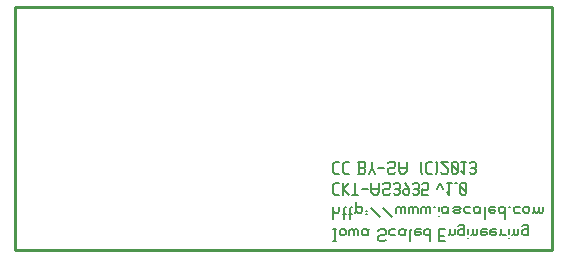
<source format=gbr>
G04 start of page 9 for group -4078 idx -4078 *
G04 Title: (unknown), bottomsilk *
G04 Creator: pcb 20110918 *
G04 CreationDate: Sun 25 Aug 2013 09:43:08 PM GMT UTC *
G04 For: ndholmes *
G04 Format: Gerber/RS-274X *
G04 PCB-Dimensions: 180000 82000 *
G04 PCB-Coordinate-Origin: lower left *
%MOIN*%
%FSLAX25Y25*%
%LNBOTTOMSILK*%
%ADD57C,0.0080*%
%ADD56C,0.0100*%
G54D56*X500Y500D02*Y81500D01*
X179500D01*
Y500D01*
X1000D01*
X500Y1000D01*
G54D57*X106500Y3500D02*X107500D01*
X107000D02*Y7500D01*
X106500D02*X107500D01*
X108700Y6000D02*Y7000D01*
Y6000D02*X109200Y5500D01*
X110200D01*
X110700Y6000D01*
Y7000D01*
X110200Y7500D02*X110700Y7000D01*
X109200Y7500D02*X110200D01*
X108700Y7000D02*X109200Y7500D01*
X111900Y5500D02*Y7000D01*
X112400Y7500D01*
X112900D01*
X113400Y7000D01*
Y5500D02*Y7000D01*
X113900Y7500D01*
X114400D01*
X114900Y7000D01*
Y5500D02*Y7000D01*
X117600Y5500D02*X118100Y6000D01*
X116600Y5500D02*X117600D01*
X116100Y6000D02*X116600Y5500D01*
X116100Y6000D02*Y7000D01*
X116600Y7500D01*
X118100Y5500D02*Y7000D01*
X118600Y7500D01*
X116600D02*X117600D01*
X118100Y7000D01*
X123600Y3500D02*X124100Y4000D01*
X122100Y3500D02*X123600D01*
X121600Y4000D02*X122100Y3500D01*
X121600Y4000D02*Y5000D01*
X122100Y5500D01*
X123600D01*
X124100Y6000D01*
Y7000D01*
X123600Y7500D02*X124100Y7000D01*
X122100Y7500D02*X123600D01*
X121600Y7000D02*X122100Y7500D01*
X125800Y5500D02*X127300D01*
X125300Y6000D02*X125800Y5500D01*
X125300Y6000D02*Y7000D01*
X125800Y7500D01*
X127300D01*
X130000Y5500D02*X130500Y6000D01*
X129000Y5500D02*X130000D01*
X128500Y6000D02*X129000Y5500D01*
X128500Y6000D02*Y7000D01*
X129000Y7500D01*
X130500Y5500D02*Y7000D01*
X131000Y7500D01*
X129000D02*X130000D01*
X130500Y7000D01*
X132200Y3500D02*Y7000D01*
X132700Y7500D01*
X134200D02*X135700D01*
X133700Y7000D02*X134200Y7500D01*
X133700Y6000D02*Y7000D01*
Y6000D02*X134200Y5500D01*
X135200D01*
X135700Y6000D01*
X133700Y6500D02*X135700D01*
Y6000D02*Y6500D01*
X138900Y3500D02*Y7500D01*
X138400D02*X138900Y7000D01*
X137400Y7500D02*X138400D01*
X136900Y7000D02*X137400Y7500D01*
X136900Y6000D02*Y7000D01*
Y6000D02*X137400Y5500D01*
X138400D01*
X138900Y6000D01*
X141900Y5300D02*X143400D01*
X141900Y7500D02*X143900D01*
X141900Y3500D02*Y7500D01*
Y3500D02*X143900D01*
X145600Y6000D02*Y7500D01*
Y6000D02*X146100Y5500D01*
X146600D01*
X147100Y6000D01*
Y7500D01*
X145100Y5500D02*X145600Y6000D01*
X149800Y5500D02*X150300Y6000D01*
X148800Y5500D02*X149800D01*
X148300Y6000D02*X148800Y5500D01*
X148300Y6000D02*Y7000D01*
X148800Y7500D01*
X149800D01*
X150300Y7000D01*
X148300Y8500D02*X148800Y9000D01*
X149800D01*
X150300Y8500D01*
Y5500D02*Y8500D01*
X151500Y4500D02*Y4600D01*
Y6000D02*Y7500D01*
X153000Y6000D02*Y7500D01*
Y6000D02*X153500Y5500D01*
X154000D01*
X154500Y6000D01*
Y7500D01*
X152500Y5500D02*X153000Y6000D01*
X156200Y7500D02*X157700D01*
X155700Y7000D02*X156200Y7500D01*
X155700Y6000D02*Y7000D01*
Y6000D02*X156200Y5500D01*
X157200D01*
X157700Y6000D01*
X155700Y6500D02*X157700D01*
Y6000D02*Y6500D01*
X159400Y7500D02*X160900D01*
X158900Y7000D02*X159400Y7500D01*
X158900Y6000D02*Y7000D01*
Y6000D02*X159400Y5500D01*
X160400D01*
X160900Y6000D01*
X158900Y6500D02*X160900D01*
Y6000D02*Y6500D01*
X162600Y6000D02*Y7500D01*
Y6000D02*X163100Y5500D01*
X164100D01*
X162100D02*X162600Y6000D01*
X165300Y4500D02*Y4600D01*
Y6000D02*Y7500D01*
X166800Y6000D02*Y7500D01*
Y6000D02*X167300Y5500D01*
X167800D01*
X168300Y6000D01*
Y7500D01*
X166300Y5500D02*X166800Y6000D01*
X171000Y5500D02*X171500Y6000D01*
X170000Y5500D02*X171000D01*
X169500Y6000D02*X170000Y5500D01*
X169500Y6000D02*Y7000D01*
X170000Y7500D01*
X171000D01*
X171500Y7000D01*
X169500Y8500D02*X170000Y9000D01*
X171000D01*
X171500Y8500D01*
Y5500D02*Y8500D01*
X106500Y11000D02*Y15000D01*
Y13500D02*X107000Y13000D01*
X108000D01*
X108500Y13500D01*
Y15000D01*
X110200Y11000D02*Y14500D01*
X110700Y15000D01*
X109700Y12500D02*X110700D01*
X112200Y11000D02*Y14500D01*
X112700Y15000D01*
X111700Y12500D02*X112700D01*
X114200Y13500D02*Y16500D01*
X113700Y13000D02*X114200Y13500D01*
X114700Y13000D01*
X115700D01*
X116200Y13500D01*
Y14500D01*
X115700Y15000D02*X116200Y14500D01*
X114700Y15000D02*X115700D01*
X114200Y14500D02*X114700Y15000D01*
X117400Y12500D02*X117900D01*
X117400Y13500D02*X117900D01*
X119100Y14500D02*X122100Y11500D01*
X123300Y14500D02*X126300Y11500D01*
X127500Y13000D02*Y14500D01*
X128000Y15000D01*
X128500D01*
X129000Y14500D01*
Y13000D02*Y14500D01*
X129500Y15000D01*
X130000D01*
X130500Y14500D01*
Y13000D02*Y14500D01*
X131700Y13000D02*Y14500D01*
X132200Y15000D01*
X132700D01*
X133200Y14500D01*
Y13000D02*Y14500D01*
X133700Y15000D01*
X134200D01*
X134700Y14500D01*
Y13000D02*Y14500D01*
X135900Y13000D02*Y14500D01*
X136400Y15000D01*
X136900D01*
X137400Y14500D01*
Y13000D02*Y14500D01*
X137900Y15000D01*
X138400D01*
X138900Y14500D01*
Y13000D02*Y14500D01*
X140100Y15000D02*X140600D01*
X141800Y12000D02*Y12100D01*
Y13500D02*Y15000D01*
X144300Y13000D02*X144800Y13500D01*
X143300Y13000D02*X144300D01*
X142800Y13500D02*X143300Y13000D01*
X142800Y13500D02*Y14500D01*
X143300Y15000D01*
X144800Y13000D02*Y14500D01*
X145300Y15000D01*
X143300D02*X144300D01*
X144800Y14500D01*
X147000Y15000D02*X148500D01*
X149000Y14500D01*
X148500Y14000D02*X149000Y14500D01*
X147000Y14000D02*X148500D01*
X146500Y13500D02*X147000Y14000D01*
X146500Y13500D02*X147000Y13000D01*
X148500D01*
X149000Y13500D01*
X146500Y14500D02*X147000Y15000D01*
X150700Y13000D02*X152200D01*
X150200Y13500D02*X150700Y13000D01*
X150200Y13500D02*Y14500D01*
X150700Y15000D01*
X152200D01*
X154900Y13000D02*X155400Y13500D01*
X153900Y13000D02*X154900D01*
X153400Y13500D02*X153900Y13000D01*
X153400Y13500D02*Y14500D01*
X153900Y15000D01*
X155400Y13000D02*Y14500D01*
X155900Y15000D01*
X153900D02*X154900D01*
X155400Y14500D01*
X157100Y11000D02*Y14500D01*
X157600Y15000D01*
X159100D02*X160600D01*
X158600Y14500D02*X159100Y15000D01*
X158600Y13500D02*Y14500D01*
Y13500D02*X159100Y13000D01*
X160100D01*
X160600Y13500D01*
X158600Y14000D02*X160600D01*
Y13500D02*Y14000D01*
X163800Y11000D02*Y15000D01*
X163300D02*X163800Y14500D01*
X162300Y15000D02*X163300D01*
X161800Y14500D02*X162300Y15000D01*
X161800Y13500D02*Y14500D01*
Y13500D02*X162300Y13000D01*
X163300D01*
X163800Y13500D01*
X165000Y15000D02*X165500D01*
X167200Y13000D02*X168700D01*
X166700Y13500D02*X167200Y13000D01*
X166700Y13500D02*Y14500D01*
X167200Y15000D01*
X168700D01*
X169900Y13500D02*Y14500D01*
Y13500D02*X170400Y13000D01*
X171400D01*
X171900Y13500D01*
Y14500D01*
X171400Y15000D02*X171900Y14500D01*
X170400Y15000D02*X171400D01*
X169900Y14500D02*X170400Y15000D01*
X173600Y13500D02*Y15000D01*
Y13500D02*X174100Y13000D01*
X174600D01*
X175100Y13500D01*
Y15000D01*
Y13500D02*X175600Y13000D01*
X176100D01*
X176600Y13500D01*
Y15000D01*
X173100Y13000D02*X173600Y13500D01*
X107200Y23000D02*X108500D01*
X106500Y22300D02*X107200Y23000D01*
X106500Y19700D02*Y22300D01*
Y19700D02*X107200Y19000D01*
X108500D01*
X109700D02*Y23000D01*
Y21000D02*X111700Y19000D01*
X109700Y21000D02*X111700Y23000D01*
X112900Y19000D02*X114900D01*
X113900D02*Y23000D01*
X116100Y21000D02*X118100D01*
X119300Y20000D02*Y23000D01*
Y20000D02*X120000Y19000D01*
X121100D01*
X121800Y20000D01*
Y23000D01*
X119300Y21000D02*X121800D01*
X125000Y19000D02*X125500Y19500D01*
X123500Y19000D02*X125000D01*
X123000Y19500D02*X123500Y19000D01*
X123000Y19500D02*Y20500D01*
X123500Y21000D01*
X125000D01*
X125500Y21500D01*
Y22500D01*
X125000Y23000D02*X125500Y22500D01*
X123500Y23000D02*X125000D01*
X123000Y22500D02*X123500Y23000D01*
X126700Y19500D02*X127200Y19000D01*
X128200D01*
X128700Y19500D01*
X128200Y23000D02*X128700Y22500D01*
X127200Y23000D02*X128200D01*
X126700Y22500D02*X127200Y23000D01*
Y20800D02*X128200D01*
X128700Y19500D02*Y20300D01*
Y21300D02*Y22500D01*
Y21300D02*X128200Y20800D01*
X128700Y20300D02*X128200Y20800D01*
X130400Y23000D02*X131900Y21000D01*
Y19500D02*Y21000D01*
X131400Y19000D02*X131900Y19500D01*
X130400Y19000D02*X131400D01*
X129900Y19500D02*X130400Y19000D01*
X129900Y19500D02*Y20500D01*
X130400Y21000D01*
X131900D01*
X133100Y19500D02*X133600Y19000D01*
X134600D01*
X135100Y19500D01*
X134600Y23000D02*X135100Y22500D01*
X133600Y23000D02*X134600D01*
X133100Y22500D02*X133600Y23000D01*
Y20800D02*X134600D01*
X135100Y19500D02*Y20300D01*
Y21300D02*Y22500D01*
Y21300D02*X134600Y20800D01*
X135100Y20300D02*X134600Y20800D01*
X136300Y19000D02*X138300D01*
X136300D02*Y21000D01*
X136800Y20500D01*
X137800D01*
X138300Y21000D01*
Y22500D01*
X137800Y23000D02*X138300Y22500D01*
X136800Y23000D02*X137800D01*
X136300Y22500D02*X136800Y23000D01*
X141300Y21000D02*X142300Y23000D01*
X143300Y21000D02*X142300Y23000D01*
X144500Y19800D02*X145300Y19000D01*
Y23000D01*
X144500D02*X146000D01*
X147200D02*X147700D01*
X148900Y22500D02*X149400Y23000D01*
X148900Y19500D02*Y22500D01*
Y19500D02*X149400Y19000D01*
X150400D01*
X150900Y19500D01*
Y22500D01*
X150400Y23000D02*X150900Y22500D01*
X149400Y23000D02*X150400D01*
X148900Y22000D02*X150900Y20000D01*
X107200Y30000D02*X108500D01*
X106500Y29300D02*X107200Y30000D01*
X106500Y26700D02*Y29300D01*
Y26700D02*X107200Y26000D01*
X108500D01*
X110400Y30000D02*X111700D01*
X109700Y29300D02*X110400Y30000D01*
X109700Y26700D02*Y29300D01*
Y26700D02*X110400Y26000D01*
X111700D01*
X114700Y30000D02*X116700D01*
X117200Y29500D01*
Y28300D02*Y29500D01*
X116700Y27800D02*X117200Y28300D01*
X115200Y27800D02*X116700D01*
X115200Y26000D02*Y30000D01*
X114700Y26000D02*X116700D01*
X117200Y26500D01*
Y27300D01*
X116700Y27800D02*X117200Y27300D01*
X118400Y26000D02*X119400Y28000D01*
X120400Y26000D01*
X119400Y28000D02*Y30000D01*
X121600Y28000D02*X123600D01*
X126800Y26000D02*X127300Y26500D01*
X125300Y26000D02*X126800D01*
X124800Y26500D02*X125300Y26000D01*
X124800Y26500D02*Y27500D01*
X125300Y28000D01*
X126800D01*
X127300Y28500D01*
Y29500D01*
X126800Y30000D02*X127300Y29500D01*
X125300Y30000D02*X126800D01*
X124800Y29500D02*X125300Y30000D01*
X128500Y27000D02*Y30000D01*
Y27000D02*X129200Y26000D01*
X130300D01*
X131000Y27000D01*
Y30000D01*
X128500Y28000D02*X131000D01*
X135800Y29500D02*X136300Y30000D01*
X135800Y26500D02*X136300Y26000D01*
X135800Y26500D02*Y29500D01*
X138200Y30000D02*X139500D01*
X137500Y29300D02*X138200Y30000D01*
X137500Y26700D02*Y29300D01*
Y26700D02*X138200Y26000D01*
X139500D01*
X140700D02*X141200Y26500D01*
Y29500D01*
X140700Y30000D02*X141200Y29500D01*
X142400Y26500D02*X142900Y26000D01*
X144400D01*
X144900Y26500D01*
Y27500D01*
X142400Y30000D02*X144900Y27500D01*
X142400Y30000D02*X144900D01*
X146100Y29500D02*X146600Y30000D01*
X146100Y26500D02*Y29500D01*
Y26500D02*X146600Y26000D01*
X147600D01*
X148100Y26500D01*
Y29500D01*
X147600Y30000D02*X148100Y29500D01*
X146600Y30000D02*X147600D01*
X146100Y29000D02*X148100Y27000D01*
X149300Y26800D02*X150100Y26000D01*
Y30000D01*
X149300D02*X150800D01*
X152000Y26500D02*X152500Y26000D01*
X153500D01*
X154000Y26500D01*
X153500Y30000D02*X154000Y29500D01*
X152500Y30000D02*X153500D01*
X152000Y29500D02*X152500Y30000D01*
Y27800D02*X153500D01*
X154000Y26500D02*Y27300D01*
Y28300D02*Y29500D01*
Y28300D02*X153500Y27800D01*
X154000Y27300D02*X153500Y27800D01*
M02*

</source>
